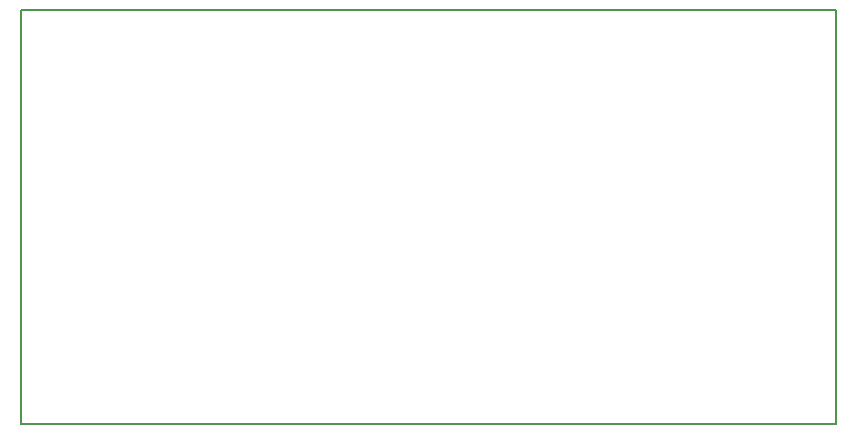
<source format=gbr>
G04 GERBER ASCII OUTPUT FROM: EDWINXP (VER. 1.20 REV. 20030502)*
G04 GERBER FORMAT: RX-274-X*
G04 BOARD: SERIAL_LCD_VER3*
G04 ARTWORK OF Z POSITIVE*
%ASAXBY*%
%FSLAX23Y23*%
%MIA0B0*%
%MOIN*%
%OFA0.0000B0.0000*%
%SFA1B1*%
%IJA0B0*%
%INLAYER28POS*%
%IOA0B0*%
%IPPOS*%
%IR0*%
G04 APERTURE MACROS*
%AMEDWDONUT*
1,1,$1,$2,$3*
1,0,$4,$2,$3*
%
%AMEDWFRECT*
20,1,$1,$2,$3,$4,$5,$6*
%
%AMEDWORECT*
20,1,$1,$2,$3,$4,$5,$10*
20,1,$1,$4,$5,$6,$7,$10*
20,1,$1,$6,$7,$8,$9,$10*
20,1,$1,$8,$9,$2,$3,$10*
1,1,$1,$2,$3*
1,1,$1,$4,$5*
1,1,$1,$6,$7*
1,1,$1,$8,$9*
%
%AMEDWLINER*
20,1,$1,$2,$3,$4,$5,$6*
1,1,$1,$2,$3*
1,1,$1,$4,$5*
%
%AMEDWFTRNG*
4,1,3,$1,$2,$3,$4,$5,$6,$7,$8,$9*
%
%AMEDWATRNG*
4,1,3,$1,$2,$3,$4,$5,$6,$7,$8,$9*
20,1,$11,$1,$2,$3,$4,$10*
20,1,$11,$3,$4,$5,$6,$10*
20,1,$11,$5,$6,$7,$8,$10*
1,1,$11,$3,$4*
1,1,$11,$5,$6*
1,1,$11,$7,$8*
%
%AMEDWOTRNG*
20,1,$1,$2,$3,$4,$5,$8*
20,1,$1,$4,$5,$6,$7,$8*
20,1,$1,$6,$7,$2,$3,$8*
1,1,$1,$2,$3*
1,1,$1,$4,$5*
1,1,$1,$6,$7*
%
G04*
G04 APERTURE LIST*
%ADD10R,0.0500X0.0580*%
%ADD11R,0.0740X0.0820*%
%ADD12R,0.0400X0.0480*%
%ADD13R,0.0640X0.0720*%
%ADD14R,0.0650X0.0700*%
%ADD15R,0.0890X0.0940*%
%ADD16R,0.0550X0.0600*%
%ADD17R,0.0790X0.0840*%
%ADD18R,0.0700X0.0650*%
%ADD19R,0.0940X0.0890*%
%ADD20R,0.0600X0.0550*%
%ADD21R,0.0840X0.0790*%
%ADD22R,0.0900X0.0350*%
%ADD23R,0.1140X0.0590*%
%ADD24R,0.0800X0.0250*%
%ADD25R,0.1040X0.0490*%
%ADD26R,0.0800X0.0800*%
%ADD27R,0.1040X0.1040*%
%ADD28R,0.0700X0.0700*%
%ADD29R,0.0940X0.0940*%
%ADD30C,0.0010*%
%ADD32C,0.0020*%
%ADD33R,0.0020X0.0020*%
%ADD34C,0.0030*%
%ADD35R,0.0030X0.0030*%
%ADD36C,0.0040*%
%ADD37R,0.0040X0.0040*%
%ADD38C,0.0050*%
%ADD39R,0.0050X0.0050*%
%ADD40C,0.00787*%
%ADD41R,0.00787X0.00787*%
%ADD42C,0.00795*%
%ADD44C,0.00894*%
%ADD46C,0.00984*%
%ADD47R,0.00984X0.00984*%
%ADD48C,0.0120*%
%ADD50C,0.01299*%
%ADD52C,0.01969*%
%ADD53R,0.01969X0.01969*%
%ADD54C,0.0250*%
%ADD56C,0.02784*%
%ADD58C,0.0280*%
%ADD60C,0.0290*%
%ADD62C,0.0300*%
%ADD64C,0.03195*%
%ADD66C,0.03294*%
%ADD68C,0.0360*%
%ADD70C,0.03699*%
%ADD72C,0.03937*%
%ADD73R,0.03937X0.03937*%
%ADD74C,0.0490*%
%ADD76C,0.0500*%
%ADD77R,0.0500X0.0500*%
%ADD78C,0.05184*%
%ADD80C,0.0540*%
%ADD82C,0.05487*%
%ADD84C,0.0560*%
%ADD86C,0.05906*%
%ADD87R,0.05906X0.05906*%
%ADD88C,0.0600*%
%ADD89R,0.0600X0.0600*%
%ADD90C,0.0620*%
%ADD92C,0.06906*%
%ADD93R,0.06906X0.06906*%
%ADD94C,0.0700*%
%ADD95R,0.0700X0.0700*%
%ADD96C,0.07087*%
%ADD98C,0.07887*%
%ADD100C,0.0800*%
%ADD102C,0.0860*%
%ADD104C,0.08858*%
%ADD105R,0.08858X0.08858*%
%ADD106C,0.0940*%
%ADD108C,0.09843*%
%ADD109R,0.09843X0.09843*%
%ADD110C,0.1040*%
%ADD112C,0.1100*%
%ADD115R,0.11258X0.11258*%
%ADD117R,0.12243X0.12243*%
%ADD118C,0.22243*%
%ADD119R,0.22243X0.22243*%
%ADD120C,0.32243*%
%ADD121R,0.32243X0.32243*%
%ADD122C,0.42243*%
%ADD123R,0.42243X0.42243*%
%ADD124C,0.52243*%
%ADD125R,0.52243X0.52243*%
%ADD126C,0.62243*%
%ADD127R,0.62243X0.62243*%
%ADD128C,0.72243*%
%ADD129R,0.72243X0.72243*%
%ADD130C,0.82243*%
%ADD131R,0.82243X0.82243*%
%ADD132C,0.92243*%
%ADD133R,0.92243X0.92243*%
%ADD134C,1.02243*%
%ADD135R,1.02243X1.02243*%
%ADD136C,1.12243*%
%ADD137R,1.12243X1.12243*%
%ADD138C,1.22243*%
%ADD139R,1.22243X1.22243*%
%ADD140C,1.32243*%
%ADD141R,1.32243X1.32243*%
%ADD142C,1.42243*%
%ADD143R,1.42243X1.42243*%
%ADD144C,1.52243*%
%ADD145R,1.52243X1.52243*%
%ADD146C,1.62243*%
%ADD147R,1.62243X1.62243*%
%ADD148C,1.72243*%
%ADD149R,1.72243X1.72243*%
%ADD150C,1.82243*%
%ADD151R,1.82243X1.82243*%
%ADD152C,1.92243*%
%ADD153R,1.92243X1.92243*%
G04*
D38* 
X0Y0D02*
X0Y1378D01*
X2717Y1378D01*
X2717Y0D01*
X0Y0D01*
M02*

</source>
